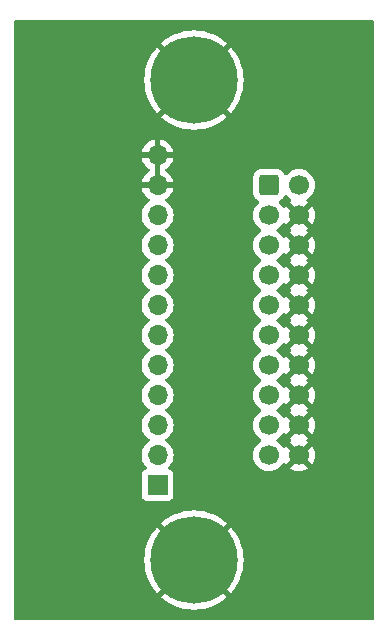
<source format=gbr>
%TF.GenerationSoftware,KiCad,Pcbnew,7.0.8*%
%TF.CreationDate,2023-10-01T20:09:57-07:00*%
%TF.ProjectId,jtag-breakout,6a746167-2d62-4726-9561-6b6f75742e6b,rev?*%
%TF.SameCoordinates,Original*%
%TF.FileFunction,Copper,L1,Top*%
%TF.FilePolarity,Positive*%
%FSLAX46Y46*%
G04 Gerber Fmt 4.6, Leading zero omitted, Abs format (unit mm)*
G04 Created by KiCad (PCBNEW 7.0.8) date 2023-10-01 20:09:57*
%MOMM*%
%LPD*%
G01*
G04 APERTURE LIST*
G04 Aperture macros list*
%AMRoundRect*
0 Rectangle with rounded corners*
0 $1 Rounding radius*
0 $2 $3 $4 $5 $6 $7 $8 $9 X,Y pos of 4 corners*
0 Add a 4 corners polygon primitive as box body*
4,1,4,$2,$3,$4,$5,$6,$7,$8,$9,$2,$3,0*
0 Add four circle primitives for the rounded corners*
1,1,$1+$1,$2,$3*
1,1,$1+$1,$4,$5*
1,1,$1+$1,$6,$7*
1,1,$1+$1,$8,$9*
0 Add four rect primitives between the rounded corners*
20,1,$1+$1,$2,$3,$4,$5,0*
20,1,$1+$1,$4,$5,$6,$7,0*
20,1,$1+$1,$6,$7,$8,$9,0*
20,1,$1+$1,$8,$9,$2,$3,0*%
G04 Aperture macros list end*
%TA.AperFunction,ComponentPad*%
%ADD10C,1.700000*%
%TD*%
%TA.AperFunction,ComponentPad*%
%ADD11RoundRect,0.250000X-0.600000X-0.600000X0.600000X-0.600000X0.600000X0.600000X-0.600000X0.600000X0*%
%TD*%
%TA.AperFunction,ComponentPad*%
%ADD12R,1.700000X1.700000*%
%TD*%
%TA.AperFunction,ComponentPad*%
%ADD13O,1.700000X1.700000*%
%TD*%
%TA.AperFunction,ComponentPad*%
%ADD14C,7.400000*%
%TD*%
%TA.AperFunction,ViaPad*%
%ADD15C,0.800000*%
%TD*%
G04 APERTURE END LIST*
D10*
%TO.P,J1,20,GND*%
%TO.N,GND*%
X133350000Y-96520000D03*
%TO.P,J1,19,DBGACK/NC*%
%TO.N,Net-(J1-DBGACK{slash}NC)*%
X130810000Y-96520000D03*
%TO.P,J1,18,GND*%
%TO.N,GND*%
X133350000Y-93980000D03*
%TO.P,J1,17,DBGRQ/NC*%
%TO.N,Net-(J1-DBGRQ{slash}NC)*%
X130810000Y-93980000D03*
%TO.P,J1,16,GND*%
%TO.N,GND*%
X133350000Y-91440000D03*
%TO.P,J1,15,~{SRST}*%
%TO.N,Net-(J1-~{SRST})*%
X130810000Y-91440000D03*
%TO.P,J1,14,GND*%
%TO.N,GND*%
X133350000Y-88900000D03*
%TO.P,J1,13,TDO/SWO*%
%TO.N,Net-(J1-TDO{slash}SWO)*%
X130810000Y-88900000D03*
%TO.P,J1,12,GND*%
%TO.N,GND*%
X133350000Y-86360000D03*
%TO.P,J1,11,RTCK*%
%TO.N,Net-(J1-RTCK)*%
X130810000Y-86360000D03*
%TO.P,J1,10,GND*%
%TO.N,GND*%
X133350000Y-83820000D03*
%TO.P,J1,9,TCK/SWDCLK*%
%TO.N,Net-(J1-TCK{slash}SWDCLK)*%
X130810000Y-83820000D03*
%TO.P,J1,8,GND*%
%TO.N,GND*%
X133350000Y-81280000D03*
%TO.P,J1,7,TMS/SWDIO*%
%TO.N,Net-(J1-TMS{slash}SWDIO)*%
X130810000Y-81280000D03*
%TO.P,J1,6,GND*%
%TO.N,GND*%
X133350000Y-78740000D03*
%TO.P,J1,5,TDI*%
%TO.N,Net-(J1-TDI)*%
X130810000Y-78740000D03*
%TO.P,J1,4,GND*%
%TO.N,GND*%
X133350000Y-76200000D03*
%TO.P,J1,3,~{TRST}*%
%TO.N,Net-(J1-~{TRST})*%
X130810000Y-76200000D03*
%TO.P,J1,2,VCC/NC*%
%TO.N,+3V3*%
X133350000Y-73660000D03*
D11*
%TO.P,J1,1,VTREF*%
X130810000Y-73660000D03*
%TD*%
D12*
%TO.P,J2,1,Pin_1*%
%TO.N,+3V3*%
X121375000Y-99060000D03*
D13*
%TO.P,J2,2,Pin_2*%
%TO.N,Net-(J1-~{TRST})*%
X121375000Y-96520000D03*
%TO.P,J2,3,Pin_3*%
%TO.N,Net-(J1-TDI)*%
X121375000Y-93980000D03*
%TO.P,J2,4,Pin_4*%
%TO.N,Net-(J1-TMS{slash}SWDIO)*%
X121375000Y-91440000D03*
%TO.P,J2,5,Pin_5*%
%TO.N,Net-(J1-TCK{slash}SWDCLK)*%
X121375000Y-88900000D03*
%TO.P,J2,6,Pin_6*%
%TO.N,Net-(J1-RTCK)*%
X121375000Y-86360000D03*
%TO.P,J2,7,Pin_7*%
%TO.N,Net-(J1-TDO{slash}SWO)*%
X121375000Y-83820000D03*
%TO.P,J2,8,Pin_8*%
%TO.N,Net-(J1-~{SRST})*%
X121375000Y-81280000D03*
%TO.P,J2,9,Pin_9*%
%TO.N,Net-(J1-DBGRQ{slash}NC)*%
X121375000Y-78740000D03*
%TO.P,J2,10,Pin_10*%
%TO.N,Net-(J1-DBGACK{slash}NC)*%
X121375000Y-76200000D03*
%TO.P,J2,11,Pin_11*%
%TO.N,GND*%
X121375000Y-73660000D03*
%TO.P,J2,12,Pin_12*%
X121375000Y-71120000D03*
%TD*%
D14*
%TO.P,H2,1,1*%
%TO.N,GND*%
X124460000Y-105410000D03*
%TD*%
%TO.P,H1,1,1*%
%TO.N,GND*%
X124460000Y-64770000D03*
%TD*%
D15*
%TO.N,GND*%
X132080000Y-71755000D03*
X128270000Y-93980000D03*
X128270000Y-91440000D03*
X128270000Y-88900000D03*
X123825000Y-76200000D03*
X128270000Y-78740000D03*
X128270000Y-81280000D03*
X128270000Y-84455000D03*
%TD*%
%TA.AperFunction,Conductor*%
%TO.N,GND*%
G36*
X121625000Y-73224498D02*
G01*
X121517315Y-73175320D01*
X121410763Y-73160000D01*
X121339237Y-73160000D01*
X121232685Y-73175320D01*
X121125000Y-73224498D01*
X121125000Y-71555501D01*
X121232685Y-71604680D01*
X121339237Y-71620000D01*
X121410763Y-71620000D01*
X121517315Y-71604680D01*
X121625000Y-71555501D01*
X121625000Y-73224498D01*
G37*
%TD.AperFunction*%
%TA.AperFunction,Conductor*%
G36*
X132890507Y-94189844D02*
G01*
X132968239Y-94310798D01*
X133076900Y-94404952D01*
X133207685Y-94464680D01*
X133217466Y-94466086D01*
X132588625Y-95094925D01*
X132665031Y-95148425D01*
X132708655Y-95203002D01*
X132715848Y-95272501D01*
X132684326Y-95334855D01*
X132665029Y-95351576D01*
X132588625Y-95405072D01*
X133217466Y-96033913D01*
X133207685Y-96035320D01*
X133076900Y-96095048D01*
X132968239Y-96189202D01*
X132890507Y-96310156D01*
X132866923Y-96390476D01*
X132235073Y-95758626D01*
X132181881Y-95834594D01*
X132127304Y-95878219D01*
X132057806Y-95885413D01*
X131995451Y-95853891D01*
X131978730Y-95834594D01*
X131848494Y-95648597D01*
X131681402Y-95481506D01*
X131681396Y-95481501D01*
X131495842Y-95351575D01*
X131452217Y-95296998D01*
X131445023Y-95227500D01*
X131476546Y-95165145D01*
X131495842Y-95148425D01*
X131572248Y-95094925D01*
X131681401Y-95018495D01*
X131848495Y-94851401D01*
X131978732Y-94665403D01*
X132033307Y-94621780D01*
X132102805Y-94614586D01*
X132165160Y-94646109D01*
X132181880Y-94665405D01*
X132235073Y-94741373D01*
X132866923Y-94109523D01*
X132890507Y-94189844D01*
G37*
%TD.AperFunction*%
%TA.AperFunction,Conductor*%
G36*
X132890507Y-91649844D02*
G01*
X132968239Y-91770798D01*
X133076900Y-91864952D01*
X133207685Y-91924680D01*
X133217466Y-91926086D01*
X132588625Y-92554925D01*
X132665031Y-92608425D01*
X132708655Y-92663002D01*
X132715848Y-92732501D01*
X132684326Y-92794855D01*
X132665029Y-92811576D01*
X132588625Y-92865072D01*
X133217466Y-93493913D01*
X133207685Y-93495320D01*
X133076900Y-93555048D01*
X132968239Y-93649202D01*
X132890507Y-93770156D01*
X132866923Y-93850476D01*
X132235073Y-93218626D01*
X132181881Y-93294594D01*
X132127304Y-93338219D01*
X132057806Y-93345413D01*
X131995451Y-93313891D01*
X131978730Y-93294594D01*
X131848494Y-93108597D01*
X131681402Y-92941506D01*
X131681396Y-92941501D01*
X131495842Y-92811575D01*
X131452217Y-92756998D01*
X131445023Y-92687500D01*
X131476546Y-92625145D01*
X131495842Y-92608425D01*
X131572248Y-92554925D01*
X131681401Y-92478495D01*
X131848495Y-92311401D01*
X131978732Y-92125403D01*
X132033307Y-92081780D01*
X132102805Y-92074586D01*
X132165160Y-92106109D01*
X132181880Y-92125405D01*
X132235073Y-92201373D01*
X132866923Y-91569523D01*
X132890507Y-91649844D01*
G37*
%TD.AperFunction*%
%TA.AperFunction,Conductor*%
G36*
X132890507Y-89109844D02*
G01*
X132968239Y-89230798D01*
X133076900Y-89324952D01*
X133207685Y-89384680D01*
X133217466Y-89386086D01*
X132588625Y-90014925D01*
X132665031Y-90068425D01*
X132708655Y-90123002D01*
X132715848Y-90192501D01*
X132684326Y-90254855D01*
X132665029Y-90271576D01*
X132588625Y-90325072D01*
X133217466Y-90953913D01*
X133207685Y-90955320D01*
X133076900Y-91015048D01*
X132968239Y-91109202D01*
X132890507Y-91230156D01*
X132866923Y-91310476D01*
X132235073Y-90678626D01*
X132181881Y-90754594D01*
X132127304Y-90798219D01*
X132057806Y-90805413D01*
X131995451Y-90773891D01*
X131978730Y-90754594D01*
X131848494Y-90568597D01*
X131681402Y-90401506D01*
X131681396Y-90401501D01*
X131495842Y-90271575D01*
X131452217Y-90216998D01*
X131445023Y-90147500D01*
X131476546Y-90085145D01*
X131495842Y-90068425D01*
X131572248Y-90014925D01*
X131681401Y-89938495D01*
X131848495Y-89771401D01*
X131978732Y-89585403D01*
X132033307Y-89541780D01*
X132102805Y-89534586D01*
X132165160Y-89566109D01*
X132181880Y-89585405D01*
X132235073Y-89661373D01*
X132866923Y-89029523D01*
X132890507Y-89109844D01*
G37*
%TD.AperFunction*%
%TA.AperFunction,Conductor*%
G36*
X132890507Y-86569844D02*
G01*
X132968239Y-86690798D01*
X133076900Y-86784952D01*
X133207685Y-86844680D01*
X133217466Y-86846086D01*
X132588625Y-87474925D01*
X132665031Y-87528425D01*
X132708655Y-87583002D01*
X132715848Y-87652501D01*
X132684326Y-87714855D01*
X132665029Y-87731576D01*
X132588625Y-87785072D01*
X133217466Y-88413913D01*
X133207685Y-88415320D01*
X133076900Y-88475048D01*
X132968239Y-88569202D01*
X132890507Y-88690156D01*
X132866923Y-88770476D01*
X132235073Y-88138626D01*
X132181881Y-88214594D01*
X132127304Y-88258219D01*
X132057806Y-88265413D01*
X131995451Y-88233891D01*
X131978730Y-88214594D01*
X131848494Y-88028597D01*
X131681402Y-87861506D01*
X131681396Y-87861501D01*
X131495842Y-87731575D01*
X131452217Y-87676998D01*
X131445023Y-87607500D01*
X131476546Y-87545145D01*
X131495842Y-87528425D01*
X131572248Y-87474925D01*
X131681401Y-87398495D01*
X131848495Y-87231401D01*
X131978732Y-87045403D01*
X132033307Y-87001780D01*
X132102805Y-86994586D01*
X132165160Y-87026109D01*
X132181880Y-87045405D01*
X132235073Y-87121373D01*
X132866923Y-86489523D01*
X132890507Y-86569844D01*
G37*
%TD.AperFunction*%
%TA.AperFunction,Conductor*%
G36*
X132890507Y-84029844D02*
G01*
X132968239Y-84150798D01*
X133076900Y-84244952D01*
X133207685Y-84304680D01*
X133217466Y-84306086D01*
X132588625Y-84934925D01*
X132665031Y-84988425D01*
X132708655Y-85043002D01*
X132715848Y-85112501D01*
X132684326Y-85174855D01*
X132665029Y-85191576D01*
X132588625Y-85245072D01*
X133217466Y-85873913D01*
X133207685Y-85875320D01*
X133076900Y-85935048D01*
X132968239Y-86029202D01*
X132890507Y-86150156D01*
X132866923Y-86230476D01*
X132235073Y-85598626D01*
X132181881Y-85674594D01*
X132127304Y-85718219D01*
X132057806Y-85725413D01*
X131995451Y-85693891D01*
X131978730Y-85674594D01*
X131848494Y-85488597D01*
X131681402Y-85321506D01*
X131681396Y-85321501D01*
X131495842Y-85191575D01*
X131452217Y-85136998D01*
X131445023Y-85067500D01*
X131476546Y-85005145D01*
X131495842Y-84988425D01*
X131572248Y-84934925D01*
X131681401Y-84858495D01*
X131848495Y-84691401D01*
X131978732Y-84505403D01*
X132033307Y-84461780D01*
X132102805Y-84454586D01*
X132165160Y-84486109D01*
X132181880Y-84505405D01*
X132235073Y-84581373D01*
X132866923Y-83949523D01*
X132890507Y-84029844D01*
G37*
%TD.AperFunction*%
%TA.AperFunction,Conductor*%
G36*
X132890507Y-81489844D02*
G01*
X132968239Y-81610798D01*
X133076900Y-81704952D01*
X133207685Y-81764680D01*
X133217466Y-81766086D01*
X132588625Y-82394925D01*
X132665031Y-82448425D01*
X132708655Y-82503002D01*
X132715848Y-82572501D01*
X132684326Y-82634855D01*
X132665029Y-82651576D01*
X132588625Y-82705072D01*
X133217466Y-83333913D01*
X133207685Y-83335320D01*
X133076900Y-83395048D01*
X132968239Y-83489202D01*
X132890507Y-83610156D01*
X132866923Y-83690476D01*
X132235073Y-83058626D01*
X132181881Y-83134594D01*
X132127304Y-83178219D01*
X132057806Y-83185413D01*
X131995451Y-83153891D01*
X131978730Y-83134594D01*
X131848494Y-82948597D01*
X131681402Y-82781506D01*
X131681396Y-82781501D01*
X131495842Y-82651575D01*
X131452217Y-82596998D01*
X131445023Y-82527500D01*
X131476546Y-82465145D01*
X131495842Y-82448425D01*
X131572248Y-82394925D01*
X131681401Y-82318495D01*
X131848495Y-82151401D01*
X131978732Y-81965403D01*
X132033307Y-81921780D01*
X132102805Y-81914586D01*
X132165160Y-81946109D01*
X132181880Y-81965405D01*
X132235073Y-82041373D01*
X132866923Y-81409523D01*
X132890507Y-81489844D01*
G37*
%TD.AperFunction*%
%TA.AperFunction,Conductor*%
G36*
X132890507Y-78949844D02*
G01*
X132968239Y-79070798D01*
X133076900Y-79164952D01*
X133207685Y-79224680D01*
X133217466Y-79226086D01*
X132588625Y-79854925D01*
X132665031Y-79908425D01*
X132708655Y-79963002D01*
X132715848Y-80032501D01*
X132684326Y-80094855D01*
X132665029Y-80111576D01*
X132588625Y-80165072D01*
X133217466Y-80793913D01*
X133207685Y-80795320D01*
X133076900Y-80855048D01*
X132968239Y-80949202D01*
X132890507Y-81070156D01*
X132866923Y-81150476D01*
X132235073Y-80518626D01*
X132181881Y-80594594D01*
X132127304Y-80638219D01*
X132057806Y-80645413D01*
X131995451Y-80613891D01*
X131978730Y-80594594D01*
X131848494Y-80408597D01*
X131681402Y-80241506D01*
X131681396Y-80241501D01*
X131495842Y-80111575D01*
X131452217Y-80056998D01*
X131445023Y-79987500D01*
X131476546Y-79925145D01*
X131495842Y-79908425D01*
X131572248Y-79854925D01*
X131681401Y-79778495D01*
X131848495Y-79611401D01*
X131978732Y-79425403D01*
X132033307Y-79381780D01*
X132102805Y-79374586D01*
X132165160Y-79406109D01*
X132181880Y-79425405D01*
X132235073Y-79501373D01*
X132866923Y-78869523D01*
X132890507Y-78949844D01*
G37*
%TD.AperFunction*%
%TA.AperFunction,Conductor*%
G36*
X132890507Y-76409844D02*
G01*
X132968239Y-76530798D01*
X133076900Y-76624952D01*
X133207685Y-76684680D01*
X133217466Y-76686086D01*
X132588625Y-77314925D01*
X132665031Y-77368425D01*
X132708655Y-77423002D01*
X132715848Y-77492501D01*
X132684326Y-77554855D01*
X132665029Y-77571576D01*
X132588625Y-77625072D01*
X133217466Y-78253913D01*
X133207685Y-78255320D01*
X133076900Y-78315048D01*
X132968239Y-78409202D01*
X132890507Y-78530156D01*
X132866923Y-78610476D01*
X132235073Y-77978626D01*
X132181881Y-78054594D01*
X132127304Y-78098219D01*
X132057806Y-78105413D01*
X131995451Y-78073891D01*
X131978730Y-78054594D01*
X131848494Y-77868597D01*
X131681402Y-77701506D01*
X131681396Y-77701501D01*
X131495842Y-77571575D01*
X131452217Y-77516998D01*
X131445023Y-77447500D01*
X131476546Y-77385145D01*
X131495842Y-77368425D01*
X131572248Y-77314925D01*
X131681401Y-77238495D01*
X131848495Y-77071401D01*
X131978732Y-76885403D01*
X132033307Y-76841780D01*
X132102805Y-76834586D01*
X132165160Y-76866109D01*
X132181880Y-76885405D01*
X132235073Y-76961373D01*
X132866923Y-76329523D01*
X132890507Y-76409844D01*
G37*
%TD.AperFunction*%
%TA.AperFunction,Conductor*%
G36*
X132270720Y-74498779D02*
G01*
X132307483Y-74527766D01*
X132307677Y-74527573D01*
X132309313Y-74529209D01*
X132310354Y-74530030D01*
X132311501Y-74531397D01*
X132311505Y-74531401D01*
X132478599Y-74698495D01*
X132663721Y-74828119D01*
X132664594Y-74828730D01*
X132708218Y-74883307D01*
X132715411Y-74952806D01*
X132683889Y-75015160D01*
X132664593Y-75031880D01*
X132588626Y-75085072D01*
X132588625Y-75085072D01*
X133217466Y-75713913D01*
X133207685Y-75715320D01*
X133076900Y-75775048D01*
X132968239Y-75869202D01*
X132890507Y-75990156D01*
X132866923Y-76070476D01*
X132235073Y-75438626D01*
X132181881Y-75514594D01*
X132127304Y-75558219D01*
X132057806Y-75565413D01*
X131995451Y-75533891D01*
X131978730Y-75514594D01*
X131848494Y-75328597D01*
X131681398Y-75161501D01*
X131680030Y-75160354D01*
X131679592Y-75159696D01*
X131677573Y-75157677D01*
X131677978Y-75157271D01*
X131641330Y-75102182D01*
X131640224Y-75032321D01*
X131677063Y-74972952D01*
X131720737Y-74947662D01*
X131729334Y-74944814D01*
X131878656Y-74852712D01*
X132002712Y-74728656D01*
X132094814Y-74579334D01*
X132097662Y-74570738D01*
X132137429Y-74513294D01*
X132201944Y-74486468D01*
X132270720Y-74498779D01*
G37*
%TD.AperFunction*%
%TA.AperFunction,Conductor*%
G36*
X139642539Y-59710185D02*
G01*
X139688294Y-59762989D01*
X139699500Y-59814500D01*
X139699500Y-110365500D01*
X139679815Y-110432539D01*
X139627011Y-110478294D01*
X139575500Y-110489500D01*
X109344500Y-110489500D01*
X109277461Y-110469815D01*
X109231706Y-110417011D01*
X109220500Y-110365500D01*
X109220500Y-105410000D01*
X120254935Y-105410000D01*
X120275185Y-105822176D01*
X120335735Y-106230373D01*
X120436007Y-106630676D01*
X120575019Y-107019189D01*
X120575027Y-107019209D01*
X120751466Y-107392257D01*
X120963614Y-107746206D01*
X121209441Y-108077664D01*
X121318478Y-108197967D01*
X122985790Y-106530655D01*
X123124616Y-106697472D01*
X123326305Y-106878185D01*
X123337777Y-106885774D01*
X121672031Y-108551520D01*
X121792335Y-108660558D01*
X122123793Y-108906385D01*
X122477742Y-109118533D01*
X122850790Y-109294972D01*
X122850810Y-109294980D01*
X123239323Y-109433992D01*
X123639626Y-109534264D01*
X124047823Y-109594814D01*
X124460000Y-109615064D01*
X124872176Y-109594814D01*
X125280373Y-109534264D01*
X125680676Y-109433992D01*
X126069189Y-109294980D01*
X126069209Y-109294972D01*
X126442257Y-109118533D01*
X126796206Y-108906385D01*
X127127670Y-108660554D01*
X127247967Y-108551521D01*
X127247967Y-108551519D01*
X125579410Y-106882963D01*
X125697842Y-106791514D01*
X125885800Y-106596560D01*
X125933474Y-106529922D01*
X127601519Y-108197967D01*
X127601521Y-108197967D01*
X127710554Y-108077670D01*
X127956385Y-107746206D01*
X128168533Y-107392257D01*
X128344972Y-107019209D01*
X128344980Y-107019189D01*
X128483992Y-106630676D01*
X128584264Y-106230373D01*
X128644814Y-105822176D01*
X128665064Y-105410000D01*
X128644814Y-104997823D01*
X128584264Y-104589626D01*
X128483992Y-104189323D01*
X128344980Y-103800810D01*
X128344972Y-103800790D01*
X128168533Y-103427742D01*
X127956385Y-103073793D01*
X127710558Y-102742335D01*
X127601520Y-102622031D01*
X125934208Y-104289343D01*
X125795384Y-104122528D01*
X125593695Y-103941815D01*
X125582221Y-103934223D01*
X127247967Y-102268478D01*
X127127664Y-102159441D01*
X126796206Y-101913614D01*
X126442257Y-101701466D01*
X126069209Y-101525027D01*
X126069189Y-101525019D01*
X125680676Y-101386007D01*
X125280373Y-101285735D01*
X124872176Y-101225185D01*
X124460000Y-101204935D01*
X124047823Y-101225185D01*
X123639626Y-101285735D01*
X123239323Y-101386007D01*
X122850810Y-101525019D01*
X122850790Y-101525027D01*
X122477742Y-101701466D01*
X122123793Y-101913614D01*
X121792329Y-102159445D01*
X121672031Y-102268477D01*
X121672031Y-102268478D01*
X123340589Y-103937036D01*
X123222158Y-104028486D01*
X123034200Y-104223440D01*
X122986524Y-104290077D01*
X121318478Y-102622031D01*
X121318477Y-102622031D01*
X121209445Y-102742329D01*
X120963614Y-103073793D01*
X120751466Y-103427742D01*
X120575027Y-103800790D01*
X120575019Y-103800810D01*
X120436007Y-104189323D01*
X120335735Y-104589626D01*
X120275185Y-104997823D01*
X120254935Y-105410000D01*
X109220500Y-105410000D01*
X109220500Y-96520000D01*
X120019341Y-96520000D01*
X120039936Y-96755403D01*
X120039938Y-96755413D01*
X120101094Y-96983655D01*
X120101096Y-96983659D01*
X120101097Y-96983663D01*
X120180800Y-97154586D01*
X120200965Y-97197830D01*
X120200967Y-97197834D01*
X120259462Y-97281373D01*
X120336501Y-97391396D01*
X120336506Y-97391402D01*
X120458430Y-97513326D01*
X120491915Y-97574649D01*
X120486931Y-97644341D01*
X120445059Y-97700274D01*
X120414083Y-97717189D01*
X120282669Y-97766203D01*
X120282664Y-97766206D01*
X120167455Y-97852452D01*
X120167452Y-97852455D01*
X120081206Y-97967664D01*
X120081202Y-97967671D01*
X120030908Y-98102517D01*
X120024501Y-98162116D01*
X120024501Y-98162123D01*
X120024500Y-98162135D01*
X120024500Y-99957870D01*
X120024501Y-99957876D01*
X120030908Y-100017483D01*
X120081202Y-100152328D01*
X120081206Y-100152335D01*
X120167452Y-100267544D01*
X120167455Y-100267547D01*
X120282664Y-100353793D01*
X120282671Y-100353797D01*
X120417517Y-100404091D01*
X120417516Y-100404091D01*
X120424444Y-100404835D01*
X120477127Y-100410500D01*
X122272872Y-100410499D01*
X122332483Y-100404091D01*
X122467331Y-100353796D01*
X122582546Y-100267546D01*
X122668796Y-100152331D01*
X122719091Y-100017483D01*
X122725500Y-99957873D01*
X122725499Y-98162128D01*
X122719091Y-98102517D01*
X122668796Y-97967669D01*
X122668795Y-97967668D01*
X122668793Y-97967664D01*
X122582547Y-97852455D01*
X122582544Y-97852452D01*
X122467335Y-97766206D01*
X122467328Y-97766202D01*
X122335917Y-97717189D01*
X122279983Y-97675318D01*
X122255566Y-97609853D01*
X122270418Y-97541580D01*
X122291563Y-97513332D01*
X122413495Y-97391401D01*
X122549035Y-97197830D01*
X122648903Y-96983663D01*
X122710063Y-96755408D01*
X122730659Y-96520000D01*
X129454341Y-96520000D01*
X129474936Y-96755403D01*
X129474938Y-96755413D01*
X129536094Y-96983655D01*
X129536096Y-96983659D01*
X129536097Y-96983663D01*
X129615800Y-97154586D01*
X129635965Y-97197830D01*
X129635967Y-97197834D01*
X129694462Y-97281373D01*
X129771505Y-97391401D01*
X129938599Y-97558495D01*
X130011946Y-97609853D01*
X130132165Y-97694032D01*
X130132167Y-97694033D01*
X130132170Y-97694035D01*
X130346337Y-97793903D01*
X130574592Y-97855063D01*
X130762918Y-97871539D01*
X130809999Y-97875659D01*
X130810000Y-97875659D01*
X130810001Y-97875659D01*
X130849234Y-97872226D01*
X131045408Y-97855063D01*
X131273663Y-97793903D01*
X131487830Y-97694035D01*
X131681401Y-97558495D01*
X131848495Y-97391401D01*
X131978732Y-97205403D01*
X132033307Y-97161780D01*
X132102805Y-97154586D01*
X132165160Y-97186109D01*
X132181880Y-97205405D01*
X132235073Y-97281373D01*
X132866923Y-96649523D01*
X132890507Y-96729844D01*
X132968239Y-96850798D01*
X133076900Y-96944952D01*
X133207685Y-97004680D01*
X133217466Y-97006086D01*
X132588625Y-97634925D01*
X132672421Y-97693599D01*
X132886507Y-97793429D01*
X132886516Y-97793433D01*
X133114673Y-97854567D01*
X133114684Y-97854569D01*
X133349998Y-97875157D01*
X133350002Y-97875157D01*
X133585315Y-97854569D01*
X133585326Y-97854567D01*
X133813483Y-97793433D01*
X133813492Y-97793429D01*
X134027578Y-97693600D01*
X134027582Y-97693598D01*
X134111373Y-97634926D01*
X134111373Y-97634925D01*
X133482533Y-97006086D01*
X133492315Y-97004680D01*
X133623100Y-96944952D01*
X133731761Y-96850798D01*
X133809493Y-96729844D01*
X133833076Y-96649524D01*
X134464925Y-97281373D01*
X134464926Y-97281373D01*
X134523598Y-97197582D01*
X134523600Y-97197578D01*
X134623429Y-96983492D01*
X134623433Y-96983483D01*
X134684567Y-96755326D01*
X134684569Y-96755315D01*
X134705157Y-96520001D01*
X134705157Y-96519998D01*
X134684569Y-96284684D01*
X134684567Y-96284673D01*
X134623433Y-96056516D01*
X134623429Y-96056507D01*
X134523600Y-95842423D01*
X134523599Y-95842421D01*
X134464925Y-95758626D01*
X134464925Y-95758625D01*
X133833076Y-96390475D01*
X133809493Y-96310156D01*
X133731761Y-96189202D01*
X133623100Y-96095048D01*
X133492315Y-96035320D01*
X133482533Y-96033913D01*
X134111373Y-95405073D01*
X134034969Y-95351576D01*
X133991344Y-95296999D01*
X133984150Y-95227501D01*
X134015672Y-95165146D01*
X134034968Y-95148425D01*
X134111373Y-95094925D01*
X133482533Y-94466086D01*
X133492315Y-94464680D01*
X133623100Y-94404952D01*
X133731761Y-94310798D01*
X133809493Y-94189844D01*
X133833076Y-94109524D01*
X134464925Y-94741373D01*
X134464926Y-94741373D01*
X134523598Y-94657582D01*
X134523600Y-94657578D01*
X134623429Y-94443492D01*
X134623433Y-94443483D01*
X134684567Y-94215326D01*
X134684569Y-94215315D01*
X134705157Y-93980001D01*
X134705157Y-93979998D01*
X134684569Y-93744684D01*
X134684567Y-93744673D01*
X134623433Y-93516516D01*
X134623429Y-93516507D01*
X134523600Y-93302423D01*
X134523599Y-93302421D01*
X134464925Y-93218626D01*
X134464925Y-93218625D01*
X133833076Y-93850475D01*
X133809493Y-93770156D01*
X133731761Y-93649202D01*
X133623100Y-93555048D01*
X133492315Y-93495320D01*
X133482533Y-93493913D01*
X134111373Y-92865073D01*
X134034969Y-92811576D01*
X133991344Y-92756999D01*
X133984150Y-92687501D01*
X134015672Y-92625146D01*
X134034968Y-92608425D01*
X134111373Y-92554925D01*
X133482533Y-91926086D01*
X133492315Y-91924680D01*
X133623100Y-91864952D01*
X133731761Y-91770798D01*
X133809493Y-91649844D01*
X133833076Y-91569524D01*
X134464925Y-92201373D01*
X134464926Y-92201373D01*
X134523598Y-92117582D01*
X134523600Y-92117578D01*
X134623429Y-91903492D01*
X134623433Y-91903483D01*
X134684567Y-91675326D01*
X134684569Y-91675315D01*
X134705157Y-91440001D01*
X134705157Y-91439998D01*
X134684569Y-91204684D01*
X134684567Y-91204673D01*
X134623433Y-90976516D01*
X134623429Y-90976507D01*
X134523600Y-90762423D01*
X134523599Y-90762421D01*
X134464925Y-90678626D01*
X134464925Y-90678625D01*
X133833076Y-91310475D01*
X133809493Y-91230156D01*
X133731761Y-91109202D01*
X133623100Y-91015048D01*
X133492315Y-90955320D01*
X133482533Y-90953913D01*
X134111373Y-90325073D01*
X134034969Y-90271576D01*
X133991344Y-90216999D01*
X133984150Y-90147501D01*
X134015672Y-90085146D01*
X134034968Y-90068425D01*
X134111373Y-90014925D01*
X133482533Y-89386086D01*
X133492315Y-89384680D01*
X133623100Y-89324952D01*
X133731761Y-89230798D01*
X133809493Y-89109844D01*
X133833076Y-89029524D01*
X134464925Y-89661373D01*
X134464926Y-89661373D01*
X134523598Y-89577582D01*
X134523600Y-89577578D01*
X134623429Y-89363492D01*
X134623433Y-89363483D01*
X134684567Y-89135326D01*
X134684569Y-89135315D01*
X134705157Y-88900001D01*
X134705157Y-88899998D01*
X134684569Y-88664684D01*
X134684567Y-88664673D01*
X134623433Y-88436516D01*
X134623429Y-88436507D01*
X134523600Y-88222423D01*
X134523599Y-88222421D01*
X134464925Y-88138626D01*
X134464925Y-88138625D01*
X133833076Y-88770475D01*
X133809493Y-88690156D01*
X133731761Y-88569202D01*
X133623100Y-88475048D01*
X133492315Y-88415320D01*
X133482533Y-88413913D01*
X134111373Y-87785073D01*
X134034969Y-87731576D01*
X133991344Y-87676999D01*
X133984150Y-87607501D01*
X134015672Y-87545146D01*
X134034968Y-87528425D01*
X134111373Y-87474925D01*
X133482533Y-86846086D01*
X133492315Y-86844680D01*
X133623100Y-86784952D01*
X133731761Y-86690798D01*
X133809493Y-86569844D01*
X133833076Y-86489524D01*
X134464925Y-87121373D01*
X134464926Y-87121373D01*
X134523598Y-87037582D01*
X134523600Y-87037578D01*
X134623429Y-86823492D01*
X134623433Y-86823483D01*
X134684567Y-86595326D01*
X134684569Y-86595315D01*
X134705157Y-86360001D01*
X134705157Y-86359998D01*
X134684569Y-86124684D01*
X134684567Y-86124673D01*
X134623433Y-85896516D01*
X134623429Y-85896507D01*
X134523600Y-85682423D01*
X134523599Y-85682421D01*
X134464925Y-85598626D01*
X134464925Y-85598625D01*
X133833076Y-86230475D01*
X133809493Y-86150156D01*
X133731761Y-86029202D01*
X133623100Y-85935048D01*
X133492315Y-85875320D01*
X133482533Y-85873913D01*
X134111373Y-85245073D01*
X134034969Y-85191576D01*
X133991344Y-85136999D01*
X133984150Y-85067501D01*
X134015672Y-85005146D01*
X134034968Y-84988425D01*
X134111373Y-84934925D01*
X133482533Y-84306086D01*
X133492315Y-84304680D01*
X133623100Y-84244952D01*
X133731761Y-84150798D01*
X133809493Y-84029844D01*
X133833076Y-83949524D01*
X134464925Y-84581373D01*
X134464926Y-84581373D01*
X134523598Y-84497582D01*
X134523600Y-84497578D01*
X134623429Y-84283492D01*
X134623433Y-84283483D01*
X134684567Y-84055326D01*
X134684569Y-84055315D01*
X134705157Y-83820001D01*
X134705157Y-83819998D01*
X134684569Y-83584684D01*
X134684567Y-83584673D01*
X134623433Y-83356516D01*
X134623429Y-83356507D01*
X134523600Y-83142423D01*
X134523599Y-83142421D01*
X134464925Y-83058626D01*
X134464925Y-83058625D01*
X133833076Y-83690475D01*
X133809493Y-83610156D01*
X133731761Y-83489202D01*
X133623100Y-83395048D01*
X133492315Y-83335320D01*
X133482533Y-83333913D01*
X134111373Y-82705073D01*
X134034969Y-82651576D01*
X133991344Y-82596999D01*
X133984150Y-82527501D01*
X134015672Y-82465146D01*
X134034968Y-82448425D01*
X134111373Y-82394925D01*
X133482533Y-81766086D01*
X133492315Y-81764680D01*
X133623100Y-81704952D01*
X133731761Y-81610798D01*
X133809493Y-81489844D01*
X133833076Y-81409524D01*
X134464925Y-82041373D01*
X134464926Y-82041373D01*
X134523598Y-81957582D01*
X134523600Y-81957578D01*
X134623429Y-81743492D01*
X134623433Y-81743483D01*
X134684567Y-81515326D01*
X134684569Y-81515315D01*
X134705157Y-81280001D01*
X134705157Y-81279998D01*
X134684569Y-81044684D01*
X134684567Y-81044673D01*
X134623433Y-80816516D01*
X134623429Y-80816507D01*
X134523600Y-80602423D01*
X134523599Y-80602421D01*
X134464925Y-80518626D01*
X134464925Y-80518625D01*
X133833076Y-81150475D01*
X133809493Y-81070156D01*
X133731761Y-80949202D01*
X133623100Y-80855048D01*
X133492315Y-80795320D01*
X133482533Y-80793913D01*
X134111373Y-80165073D01*
X134034969Y-80111576D01*
X133991344Y-80056999D01*
X133984150Y-79987501D01*
X134015672Y-79925146D01*
X134034968Y-79908425D01*
X134111373Y-79854925D01*
X133482533Y-79226086D01*
X133492315Y-79224680D01*
X133623100Y-79164952D01*
X133731761Y-79070798D01*
X133809493Y-78949844D01*
X133833076Y-78869524D01*
X134464925Y-79501373D01*
X134464926Y-79501373D01*
X134523598Y-79417582D01*
X134523600Y-79417578D01*
X134623429Y-79203492D01*
X134623433Y-79203483D01*
X134684567Y-78975326D01*
X134684569Y-78975315D01*
X134705157Y-78740001D01*
X134705157Y-78739998D01*
X134684569Y-78504684D01*
X134684567Y-78504673D01*
X134623433Y-78276516D01*
X134623429Y-78276507D01*
X134523600Y-78062423D01*
X134523599Y-78062421D01*
X134464925Y-77978626D01*
X134464925Y-77978625D01*
X133833076Y-78610475D01*
X133809493Y-78530156D01*
X133731761Y-78409202D01*
X133623100Y-78315048D01*
X133492315Y-78255320D01*
X133482533Y-78253913D01*
X134111373Y-77625073D01*
X134034969Y-77571576D01*
X133991344Y-77516999D01*
X133984150Y-77447501D01*
X134015672Y-77385146D01*
X134034968Y-77368425D01*
X134111373Y-77314925D01*
X133482533Y-76686086D01*
X133492315Y-76684680D01*
X133623100Y-76624952D01*
X133731761Y-76530798D01*
X133809493Y-76409844D01*
X133833076Y-76329524D01*
X134464925Y-76961373D01*
X134464926Y-76961373D01*
X134523598Y-76877582D01*
X134523600Y-76877578D01*
X134623429Y-76663492D01*
X134623433Y-76663483D01*
X134684567Y-76435326D01*
X134684569Y-76435315D01*
X134705157Y-76200001D01*
X134705157Y-76199998D01*
X134684569Y-75964684D01*
X134684567Y-75964673D01*
X134623433Y-75736516D01*
X134623429Y-75736507D01*
X134523600Y-75522423D01*
X134523599Y-75522421D01*
X134464925Y-75438626D01*
X134464925Y-75438625D01*
X133833076Y-76070475D01*
X133809493Y-75990156D01*
X133731761Y-75869202D01*
X133623100Y-75775048D01*
X133492315Y-75715320D01*
X133482533Y-75713913D01*
X134111373Y-75085073D01*
X134111373Y-75085072D01*
X134035405Y-75031880D01*
X133991780Y-74977304D01*
X133984586Y-74907805D01*
X134016108Y-74845451D01*
X134035399Y-74828734D01*
X134221401Y-74698495D01*
X134388495Y-74531401D01*
X134524035Y-74337830D01*
X134623903Y-74123663D01*
X134685063Y-73895408D01*
X134705659Y-73660000D01*
X134685063Y-73424592D01*
X134623903Y-73196337D01*
X134524035Y-72982171D01*
X134391527Y-72792928D01*
X134388494Y-72788597D01*
X134221402Y-72621506D01*
X134221395Y-72621501D01*
X134027834Y-72485967D01*
X134027830Y-72485965D01*
X133870286Y-72412501D01*
X133813663Y-72386097D01*
X133813659Y-72386096D01*
X133813655Y-72386094D01*
X133585413Y-72324938D01*
X133585403Y-72324936D01*
X133350001Y-72304341D01*
X133349999Y-72304341D01*
X133114596Y-72324936D01*
X133114586Y-72324938D01*
X132886344Y-72386094D01*
X132886335Y-72386098D01*
X132672171Y-72485964D01*
X132672169Y-72485965D01*
X132478597Y-72621505D01*
X132311503Y-72788599D01*
X132310349Y-72789975D01*
X132309688Y-72790414D01*
X132307676Y-72792427D01*
X132307271Y-72792022D01*
X132252173Y-72828671D01*
X132182312Y-72829772D01*
X132122946Y-72792928D01*
X132097663Y-72749265D01*
X132094814Y-72740666D01*
X132002712Y-72591344D01*
X131878656Y-72467288D01*
X131785888Y-72410069D01*
X131729336Y-72375187D01*
X131729331Y-72375185D01*
X131706136Y-72367499D01*
X131562797Y-72320001D01*
X131562795Y-72320000D01*
X131460010Y-72309500D01*
X130159998Y-72309500D01*
X130159981Y-72309501D01*
X130057203Y-72320000D01*
X130057200Y-72320001D01*
X129890668Y-72375185D01*
X129890663Y-72375187D01*
X129741342Y-72467289D01*
X129617289Y-72591342D01*
X129525187Y-72740663D01*
X129525185Y-72740668D01*
X129508701Y-72790414D01*
X129470001Y-72907203D01*
X129470001Y-72907204D01*
X129470000Y-72907204D01*
X129459500Y-73009983D01*
X129459500Y-74310001D01*
X129459501Y-74310018D01*
X129470000Y-74412796D01*
X129470001Y-74412799D01*
X129509303Y-74531402D01*
X129525186Y-74579334D01*
X129617288Y-74728656D01*
X129741344Y-74852712D01*
X129890666Y-74944814D01*
X129899264Y-74947663D01*
X129956707Y-74987433D01*
X129983531Y-75051948D01*
X129971217Y-75120724D01*
X129942234Y-75157483D01*
X129942427Y-75157676D01*
X129940798Y-75159304D01*
X129939975Y-75160349D01*
X129938599Y-75161503D01*
X129771505Y-75328597D01*
X129635965Y-75522169D01*
X129635964Y-75522171D01*
X129536098Y-75736335D01*
X129536094Y-75736344D01*
X129474938Y-75964586D01*
X129474936Y-75964596D01*
X129454341Y-76199999D01*
X129454341Y-76200000D01*
X129474936Y-76435403D01*
X129474938Y-76435413D01*
X129536094Y-76663655D01*
X129536096Y-76663659D01*
X129536097Y-76663663D01*
X129615800Y-76834586D01*
X129635965Y-76877830D01*
X129635967Y-76877834D01*
X129694462Y-76961373D01*
X129771501Y-77071396D01*
X129771506Y-77071402D01*
X129938597Y-77238493D01*
X129938603Y-77238498D01*
X130124158Y-77368425D01*
X130167783Y-77423002D01*
X130174977Y-77492500D01*
X130143454Y-77554855D01*
X130124158Y-77571575D01*
X129938597Y-77701505D01*
X129771505Y-77868597D01*
X129635965Y-78062169D01*
X129635964Y-78062171D01*
X129536098Y-78276335D01*
X129536094Y-78276344D01*
X129474938Y-78504586D01*
X129474936Y-78504596D01*
X129454341Y-78739999D01*
X129454341Y-78740000D01*
X129474936Y-78975403D01*
X129474938Y-78975413D01*
X129536094Y-79203655D01*
X129536096Y-79203659D01*
X129536097Y-79203663D01*
X129615800Y-79374586D01*
X129635965Y-79417830D01*
X129635967Y-79417834D01*
X129694462Y-79501373D01*
X129771501Y-79611396D01*
X129771506Y-79611402D01*
X129938597Y-79778493D01*
X129938603Y-79778498D01*
X130124158Y-79908425D01*
X130167783Y-79963002D01*
X130174977Y-80032500D01*
X130143454Y-80094855D01*
X130124158Y-80111575D01*
X129938597Y-80241505D01*
X129771505Y-80408597D01*
X129635965Y-80602169D01*
X129635964Y-80602171D01*
X129536098Y-80816335D01*
X129536094Y-80816344D01*
X129474938Y-81044586D01*
X129474936Y-81044596D01*
X129454341Y-81279999D01*
X129454341Y-81280000D01*
X129474936Y-81515403D01*
X129474938Y-81515413D01*
X129536094Y-81743655D01*
X129536096Y-81743659D01*
X129536097Y-81743663D01*
X129615800Y-81914586D01*
X129635965Y-81957830D01*
X129635967Y-81957834D01*
X129694462Y-82041373D01*
X129771501Y-82151396D01*
X129771506Y-82151402D01*
X129938597Y-82318493D01*
X129938603Y-82318498D01*
X130124158Y-82448425D01*
X130167783Y-82503002D01*
X130174977Y-82572500D01*
X130143454Y-82634855D01*
X130124158Y-82651575D01*
X129938597Y-82781505D01*
X129771505Y-82948597D01*
X129635965Y-83142169D01*
X129635964Y-83142171D01*
X129536098Y-83356335D01*
X129536094Y-83356344D01*
X129474938Y-83584586D01*
X129474936Y-83584596D01*
X129454341Y-83819999D01*
X129454341Y-83820000D01*
X129474936Y-84055403D01*
X129474938Y-84055413D01*
X129536094Y-84283655D01*
X129536096Y-84283659D01*
X129536097Y-84283663D01*
X129615800Y-84454586D01*
X129635965Y-84497830D01*
X129635967Y-84497834D01*
X129694462Y-84581373D01*
X129771501Y-84691396D01*
X129771506Y-84691402D01*
X129938597Y-84858493D01*
X129938603Y-84858498D01*
X130124158Y-84988425D01*
X130167783Y-85043002D01*
X130174977Y-85112500D01*
X130143454Y-85174855D01*
X130124158Y-85191575D01*
X129938597Y-85321505D01*
X129771505Y-85488597D01*
X129635965Y-85682169D01*
X129635964Y-85682171D01*
X129536098Y-85896335D01*
X129536094Y-85896344D01*
X129474938Y-86124586D01*
X129474936Y-86124596D01*
X129454341Y-86359999D01*
X129454341Y-86360000D01*
X129474936Y-86595403D01*
X129474938Y-86595413D01*
X129536094Y-86823655D01*
X129536096Y-86823659D01*
X129536097Y-86823663D01*
X129615800Y-86994586D01*
X129635965Y-87037830D01*
X129635967Y-87037834D01*
X129694462Y-87121373D01*
X129771501Y-87231396D01*
X129771506Y-87231402D01*
X129938597Y-87398493D01*
X129938603Y-87398498D01*
X130124158Y-87528425D01*
X130167783Y-87583002D01*
X130174977Y-87652500D01*
X130143454Y-87714855D01*
X130124158Y-87731575D01*
X129938597Y-87861505D01*
X129771505Y-88028597D01*
X129635965Y-88222169D01*
X129635964Y-88222171D01*
X129536098Y-88436335D01*
X129536094Y-88436344D01*
X129474938Y-88664586D01*
X129474936Y-88664596D01*
X129454341Y-88899999D01*
X129454341Y-88900000D01*
X129474936Y-89135403D01*
X129474938Y-89135413D01*
X129536094Y-89363655D01*
X129536096Y-89363659D01*
X129536097Y-89363663D01*
X129615800Y-89534586D01*
X129635965Y-89577830D01*
X129635967Y-89577834D01*
X129694462Y-89661373D01*
X129771501Y-89771396D01*
X129771506Y-89771402D01*
X129938597Y-89938493D01*
X129938603Y-89938498D01*
X130124158Y-90068425D01*
X130167783Y-90123002D01*
X130174977Y-90192500D01*
X130143454Y-90254855D01*
X130124158Y-90271575D01*
X129938597Y-90401505D01*
X129771505Y-90568597D01*
X129635965Y-90762169D01*
X129635964Y-90762171D01*
X129536098Y-90976335D01*
X129536094Y-90976344D01*
X129474938Y-91204586D01*
X129474936Y-91204596D01*
X129454341Y-91439999D01*
X129454341Y-91440000D01*
X129474936Y-91675403D01*
X129474938Y-91675413D01*
X129536094Y-91903655D01*
X129536096Y-91903659D01*
X129536097Y-91903663D01*
X129615800Y-92074586D01*
X129635965Y-92117830D01*
X129635967Y-92117834D01*
X129694462Y-92201373D01*
X129771501Y-92311396D01*
X129771506Y-92311402D01*
X129938597Y-92478493D01*
X129938603Y-92478498D01*
X130124158Y-92608425D01*
X130167783Y-92663002D01*
X130174977Y-92732500D01*
X130143454Y-92794855D01*
X130124158Y-92811575D01*
X129938597Y-92941505D01*
X129771505Y-93108597D01*
X129635965Y-93302169D01*
X129635964Y-93302171D01*
X129536098Y-93516335D01*
X129536094Y-93516344D01*
X129474938Y-93744586D01*
X129474936Y-93744596D01*
X129454341Y-93979999D01*
X129454341Y-93980000D01*
X129474936Y-94215403D01*
X129474938Y-94215413D01*
X129536094Y-94443655D01*
X129536096Y-94443659D01*
X129536097Y-94443663D01*
X129615800Y-94614586D01*
X129635965Y-94657830D01*
X129635967Y-94657834D01*
X129694462Y-94741373D01*
X129771501Y-94851396D01*
X129771506Y-94851402D01*
X129938597Y-95018493D01*
X129938603Y-95018498D01*
X130124158Y-95148425D01*
X130167783Y-95203002D01*
X130174977Y-95272500D01*
X130143454Y-95334855D01*
X130124158Y-95351575D01*
X129938597Y-95481505D01*
X129771505Y-95648597D01*
X129635965Y-95842169D01*
X129635964Y-95842171D01*
X129536098Y-96056335D01*
X129536094Y-96056344D01*
X129474938Y-96284586D01*
X129474936Y-96284596D01*
X129454341Y-96519999D01*
X129454341Y-96520000D01*
X122730659Y-96520000D01*
X122710063Y-96284592D01*
X122648903Y-96056337D01*
X122549035Y-95842171D01*
X122490537Y-95758626D01*
X122413494Y-95648597D01*
X122246402Y-95481506D01*
X122246396Y-95481501D01*
X122060842Y-95351575D01*
X122017217Y-95296998D01*
X122010023Y-95227500D01*
X122041546Y-95165145D01*
X122060842Y-95148425D01*
X122137248Y-95094925D01*
X122246401Y-95018495D01*
X122413495Y-94851401D01*
X122549035Y-94657830D01*
X122648903Y-94443663D01*
X122710063Y-94215408D01*
X122730659Y-93980000D01*
X122710063Y-93744592D01*
X122648903Y-93516337D01*
X122549035Y-93302171D01*
X122490537Y-93218626D01*
X122413494Y-93108597D01*
X122246402Y-92941506D01*
X122246396Y-92941501D01*
X122060842Y-92811575D01*
X122017217Y-92756998D01*
X122010023Y-92687500D01*
X122041546Y-92625145D01*
X122060842Y-92608425D01*
X122137248Y-92554925D01*
X122246401Y-92478495D01*
X122413495Y-92311401D01*
X122549035Y-92117830D01*
X122648903Y-91903663D01*
X122710063Y-91675408D01*
X122730659Y-91440000D01*
X122710063Y-91204592D01*
X122648903Y-90976337D01*
X122549035Y-90762171D01*
X122490537Y-90678626D01*
X122413494Y-90568597D01*
X122246402Y-90401506D01*
X122246396Y-90401501D01*
X122060842Y-90271575D01*
X122017217Y-90216998D01*
X122010023Y-90147500D01*
X122041546Y-90085145D01*
X122060842Y-90068425D01*
X122137248Y-90014925D01*
X122246401Y-89938495D01*
X122413495Y-89771401D01*
X122549035Y-89577830D01*
X122648903Y-89363663D01*
X122710063Y-89135408D01*
X122730659Y-88900000D01*
X122710063Y-88664592D01*
X122648903Y-88436337D01*
X122549035Y-88222171D01*
X122490537Y-88138626D01*
X122413494Y-88028597D01*
X122246402Y-87861506D01*
X122246396Y-87861501D01*
X122060842Y-87731575D01*
X122017217Y-87676998D01*
X122010023Y-87607500D01*
X122041546Y-87545145D01*
X122060842Y-87528425D01*
X122137248Y-87474925D01*
X122246401Y-87398495D01*
X122413495Y-87231401D01*
X122549035Y-87037830D01*
X122648903Y-86823663D01*
X122710063Y-86595408D01*
X122730659Y-86360000D01*
X122710063Y-86124592D01*
X122648903Y-85896337D01*
X122549035Y-85682171D01*
X122490537Y-85598626D01*
X122413494Y-85488597D01*
X122246402Y-85321506D01*
X122246396Y-85321501D01*
X122060842Y-85191575D01*
X122017217Y-85136998D01*
X122010023Y-85067500D01*
X122041546Y-85005145D01*
X122060842Y-84988425D01*
X122137248Y-84934925D01*
X122246401Y-84858495D01*
X122413495Y-84691401D01*
X122549035Y-84497830D01*
X122648903Y-84283663D01*
X122710063Y-84055408D01*
X122730659Y-83820000D01*
X122710063Y-83584592D01*
X122648903Y-83356337D01*
X122549035Y-83142171D01*
X122490537Y-83058626D01*
X122413494Y-82948597D01*
X122246402Y-82781506D01*
X122246396Y-82781501D01*
X122060842Y-82651575D01*
X122017217Y-82596998D01*
X122010023Y-82527500D01*
X122041546Y-82465145D01*
X122060842Y-82448425D01*
X122137248Y-82394925D01*
X122246401Y-82318495D01*
X122413495Y-82151401D01*
X122549035Y-81957830D01*
X122648903Y-81743663D01*
X122710063Y-81515408D01*
X122730659Y-81280000D01*
X122710063Y-81044592D01*
X122648903Y-80816337D01*
X122549035Y-80602171D01*
X122490537Y-80518626D01*
X122413494Y-80408597D01*
X122246402Y-80241506D01*
X122246396Y-80241501D01*
X122060842Y-80111575D01*
X122017217Y-80056998D01*
X122010023Y-79987500D01*
X122041546Y-79925145D01*
X122060842Y-79908425D01*
X122137248Y-79854925D01*
X122246401Y-79778495D01*
X122413495Y-79611401D01*
X122549035Y-79417830D01*
X122648903Y-79203663D01*
X122710063Y-78975408D01*
X122730659Y-78740000D01*
X122710063Y-78504592D01*
X122648903Y-78276337D01*
X122549035Y-78062171D01*
X122490537Y-77978626D01*
X122413494Y-77868597D01*
X122246402Y-77701506D01*
X122246396Y-77701501D01*
X122060842Y-77571575D01*
X122017217Y-77516998D01*
X122010023Y-77447500D01*
X122041546Y-77385145D01*
X122060842Y-77368425D01*
X122137248Y-77314925D01*
X122246401Y-77238495D01*
X122413495Y-77071401D01*
X122549035Y-76877830D01*
X122648903Y-76663663D01*
X122710063Y-76435408D01*
X122730659Y-76200000D01*
X122710063Y-75964592D01*
X122648903Y-75736337D01*
X122549035Y-75522171D01*
X122490537Y-75438626D01*
X122413494Y-75328597D01*
X122246402Y-75161506D01*
X122246401Y-75161505D01*
X122061907Y-75032321D01*
X122060405Y-75031269D01*
X122016781Y-74976692D01*
X122009588Y-74907193D01*
X122041110Y-74844839D01*
X122060405Y-74828119D01*
X122246082Y-74698105D01*
X122413105Y-74531082D01*
X122548600Y-74337578D01*
X122648429Y-74123492D01*
X122648432Y-74123486D01*
X122705636Y-73910000D01*
X121808686Y-73910000D01*
X121834493Y-73869844D01*
X121875000Y-73731889D01*
X121875000Y-73588111D01*
X121834493Y-73450156D01*
X121808686Y-73410000D01*
X122705636Y-73410000D01*
X122705635Y-73409999D01*
X122648432Y-73196513D01*
X122648429Y-73196507D01*
X122548600Y-72982422D01*
X122548599Y-72982420D01*
X122413113Y-72788926D01*
X122413108Y-72788920D01*
X122246082Y-72621894D01*
X122059968Y-72491575D01*
X122016344Y-72436998D01*
X122009151Y-72367499D01*
X122040673Y-72305145D01*
X122059968Y-72288425D01*
X122246082Y-72158105D01*
X122413105Y-71991082D01*
X122548600Y-71797578D01*
X122648429Y-71583492D01*
X122648432Y-71583486D01*
X122705636Y-71370000D01*
X121808686Y-71370000D01*
X121834493Y-71329844D01*
X121875000Y-71191889D01*
X121875000Y-71048111D01*
X121834493Y-70910156D01*
X121808686Y-70870000D01*
X122705636Y-70870000D01*
X122705635Y-70869999D01*
X122648432Y-70656513D01*
X122648429Y-70656507D01*
X122548600Y-70442422D01*
X122548599Y-70442420D01*
X122413113Y-70248926D01*
X122413108Y-70248920D01*
X122246082Y-70081894D01*
X122052578Y-69946399D01*
X121838492Y-69846570D01*
X121838486Y-69846567D01*
X121625000Y-69789364D01*
X121625000Y-70684498D01*
X121517315Y-70635320D01*
X121410763Y-70620000D01*
X121339237Y-70620000D01*
X121232685Y-70635320D01*
X121125000Y-70684498D01*
X121125000Y-69789364D01*
X121124999Y-69789364D01*
X120911513Y-69846567D01*
X120911507Y-69846570D01*
X120697422Y-69946399D01*
X120697420Y-69946400D01*
X120503926Y-70081886D01*
X120503920Y-70081891D01*
X120336891Y-70248920D01*
X120336886Y-70248926D01*
X120201400Y-70442420D01*
X120201399Y-70442422D01*
X120101570Y-70656507D01*
X120101567Y-70656513D01*
X120044364Y-70869999D01*
X120044364Y-70870000D01*
X120941314Y-70870000D01*
X120915507Y-70910156D01*
X120875000Y-71048111D01*
X120875000Y-71191889D01*
X120915507Y-71329844D01*
X120941314Y-71370000D01*
X120044364Y-71370000D01*
X120101567Y-71583486D01*
X120101570Y-71583492D01*
X120201399Y-71797578D01*
X120336894Y-71991082D01*
X120503917Y-72158105D01*
X120690031Y-72288425D01*
X120733656Y-72343003D01*
X120740848Y-72412501D01*
X120709326Y-72474856D01*
X120690031Y-72491575D01*
X120503922Y-72621890D01*
X120503920Y-72621891D01*
X120336891Y-72788920D01*
X120336886Y-72788926D01*
X120201400Y-72982420D01*
X120201399Y-72982422D01*
X120101570Y-73196507D01*
X120101567Y-73196513D01*
X120044364Y-73409999D01*
X120044364Y-73410000D01*
X120941314Y-73410000D01*
X120915507Y-73450156D01*
X120875000Y-73588111D01*
X120875000Y-73731889D01*
X120915507Y-73869844D01*
X120941314Y-73910000D01*
X120044364Y-73910000D01*
X120101567Y-74123486D01*
X120101570Y-74123492D01*
X120201399Y-74337578D01*
X120336894Y-74531082D01*
X120503917Y-74698105D01*
X120689595Y-74828119D01*
X120733219Y-74882696D01*
X120740412Y-74952195D01*
X120708890Y-75014549D01*
X120689595Y-75031269D01*
X120503594Y-75161508D01*
X120336505Y-75328597D01*
X120200965Y-75522169D01*
X120200964Y-75522171D01*
X120101098Y-75736335D01*
X120101094Y-75736344D01*
X120039938Y-75964586D01*
X120039936Y-75964596D01*
X120019341Y-76199999D01*
X120019341Y-76200000D01*
X120039936Y-76435403D01*
X120039938Y-76435413D01*
X120101094Y-76663655D01*
X120101096Y-76663659D01*
X120101097Y-76663663D01*
X120180800Y-76834586D01*
X120200965Y-76877830D01*
X120200967Y-76877834D01*
X120259462Y-76961373D01*
X120336501Y-77071396D01*
X120336506Y-77071402D01*
X120503597Y-77238493D01*
X120503603Y-77238498D01*
X120689158Y-77368425D01*
X120732783Y-77423002D01*
X120739977Y-77492500D01*
X120708454Y-77554855D01*
X120689158Y-77571575D01*
X120503597Y-77701505D01*
X120336505Y-77868597D01*
X120200965Y-78062169D01*
X120200964Y-78062171D01*
X120101098Y-78276335D01*
X120101094Y-78276344D01*
X120039938Y-78504586D01*
X120039936Y-78504596D01*
X120019341Y-78739999D01*
X120019341Y-78740000D01*
X120039936Y-78975403D01*
X120039938Y-78975413D01*
X120101094Y-79203655D01*
X120101096Y-79203659D01*
X120101097Y-79203663D01*
X120180800Y-79374586D01*
X120200965Y-79417830D01*
X120200967Y-79417834D01*
X120259462Y-79501373D01*
X120336501Y-79611396D01*
X120336506Y-79611402D01*
X120503597Y-79778493D01*
X120503603Y-79778498D01*
X120689158Y-79908425D01*
X120732783Y-79963002D01*
X120739977Y-80032500D01*
X120708454Y-80094855D01*
X120689158Y-80111575D01*
X120503597Y-80241505D01*
X120336505Y-80408597D01*
X120200965Y-80602169D01*
X120200964Y-80602171D01*
X120101098Y-80816335D01*
X120101094Y-80816344D01*
X120039938Y-81044586D01*
X120039936Y-81044596D01*
X120019341Y-81279999D01*
X120019341Y-81280000D01*
X120039936Y-81515403D01*
X120039938Y-81515413D01*
X120101094Y-81743655D01*
X120101096Y-81743659D01*
X120101097Y-81743663D01*
X120180800Y-81914586D01*
X120200965Y-81957830D01*
X120200967Y-81957834D01*
X120259462Y-82041373D01*
X120336501Y-82151396D01*
X120336506Y-82151402D01*
X120503597Y-82318493D01*
X120503603Y-82318498D01*
X120689158Y-82448425D01*
X120732783Y-82503002D01*
X120739977Y-82572500D01*
X120708454Y-82634855D01*
X120689158Y-82651575D01*
X120503597Y-82781505D01*
X120336505Y-82948597D01*
X120200965Y-83142169D01*
X120200964Y-83142171D01*
X120101098Y-83356335D01*
X120101094Y-83356344D01*
X120039938Y-83584586D01*
X120039936Y-83584596D01*
X120019341Y-83819999D01*
X120019341Y-83820000D01*
X120039936Y-84055403D01*
X120039938Y-84055413D01*
X120101094Y-84283655D01*
X120101096Y-84283659D01*
X120101097Y-84283663D01*
X120180800Y-84454586D01*
X120200965Y-84497830D01*
X120200967Y-84497834D01*
X120259462Y-84581373D01*
X120336501Y-84691396D01*
X120336506Y-84691402D01*
X120503597Y-84858493D01*
X120503603Y-84858498D01*
X120689158Y-84988425D01*
X120732783Y-85043002D01*
X120739977Y-85112500D01*
X120708454Y-85174855D01*
X120689158Y-85191575D01*
X120503597Y-85321505D01*
X120336505Y-85488597D01*
X120200965Y-85682169D01*
X120200964Y-85682171D01*
X120101098Y-85896335D01*
X120101094Y-85896344D01*
X120039938Y-86124586D01*
X120039936Y-86124596D01*
X120019341Y-86359999D01*
X120019341Y-86360000D01*
X120039936Y-86595403D01*
X120039938Y-86595413D01*
X120101094Y-86823655D01*
X120101096Y-86823659D01*
X120101097Y-86823663D01*
X120180800Y-86994586D01*
X120200965Y-87037830D01*
X120200967Y-87037834D01*
X120259462Y-87121373D01*
X120336501Y-87231396D01*
X120336506Y-87231402D01*
X120503597Y-87398493D01*
X120503603Y-87398498D01*
X120689158Y-87528425D01*
X120732783Y-87583002D01*
X120739977Y-87652500D01*
X120708454Y-87714855D01*
X120689158Y-87731575D01*
X120503597Y-87861505D01*
X120336505Y-88028597D01*
X120200965Y-88222169D01*
X120200964Y-88222171D01*
X120101098Y-88436335D01*
X120101094Y-88436344D01*
X120039938Y-88664586D01*
X120039936Y-88664596D01*
X120019341Y-88899999D01*
X120019341Y-88900000D01*
X120039936Y-89135403D01*
X120039938Y-89135413D01*
X120101094Y-89363655D01*
X120101096Y-89363659D01*
X120101097Y-89363663D01*
X120180800Y-89534586D01*
X120200965Y-89577830D01*
X120200967Y-89577834D01*
X120259462Y-89661373D01*
X120336501Y-89771396D01*
X120336506Y-89771402D01*
X120503597Y-89938493D01*
X120503603Y-89938498D01*
X120689158Y-90068425D01*
X120732783Y-90123002D01*
X120739977Y-90192500D01*
X120708454Y-90254855D01*
X120689158Y-90271575D01*
X120503597Y-90401505D01*
X120336505Y-90568597D01*
X120200965Y-90762169D01*
X120200964Y-90762171D01*
X120101098Y-90976335D01*
X120101094Y-90976344D01*
X120039938Y-91204586D01*
X120039936Y-91204596D01*
X120019341Y-91439999D01*
X120019341Y-91440000D01*
X120039936Y-91675403D01*
X120039938Y-91675413D01*
X120101094Y-91903655D01*
X120101096Y-91903659D01*
X120101097Y-91903663D01*
X120180800Y-92074586D01*
X120200965Y-92117830D01*
X120200967Y-92117834D01*
X120259462Y-92201373D01*
X120336501Y-92311396D01*
X120336506Y-92311402D01*
X120503597Y-92478493D01*
X120503603Y-92478498D01*
X120689158Y-92608425D01*
X120732783Y-92663002D01*
X120739977Y-92732500D01*
X120708454Y-92794855D01*
X120689158Y-92811575D01*
X120503597Y-92941505D01*
X120336505Y-93108597D01*
X120200965Y-93302169D01*
X120200964Y-93302171D01*
X120101098Y-93516335D01*
X120101094Y-93516344D01*
X120039938Y-93744586D01*
X120039936Y-93744596D01*
X120019341Y-93979999D01*
X120019341Y-93980000D01*
X120039936Y-94215403D01*
X120039938Y-94215413D01*
X120101094Y-94443655D01*
X120101096Y-94443659D01*
X120101097Y-94443663D01*
X120180800Y-94614586D01*
X120200965Y-94657830D01*
X120200967Y-94657834D01*
X120259462Y-94741373D01*
X120336501Y-94851396D01*
X120336506Y-94851402D01*
X120503597Y-95018493D01*
X120503603Y-95018498D01*
X120689158Y-95148425D01*
X120732783Y-95203002D01*
X120739977Y-95272500D01*
X120708454Y-95334855D01*
X120689158Y-95351575D01*
X120503597Y-95481505D01*
X120336505Y-95648597D01*
X120200965Y-95842169D01*
X120200964Y-95842171D01*
X120101098Y-96056335D01*
X120101094Y-96056344D01*
X120039938Y-96284586D01*
X120039936Y-96284596D01*
X120019341Y-96519999D01*
X120019341Y-96520000D01*
X109220500Y-96520000D01*
X109220500Y-64770000D01*
X120254935Y-64770000D01*
X120275185Y-65182176D01*
X120335735Y-65590373D01*
X120436007Y-65990676D01*
X120575019Y-66379189D01*
X120575027Y-66379209D01*
X120751466Y-66752257D01*
X120963614Y-67106206D01*
X121209441Y-67437664D01*
X121318478Y-67557967D01*
X122985790Y-65890655D01*
X123124616Y-66057472D01*
X123326305Y-66238185D01*
X123337777Y-66245774D01*
X121672031Y-67911520D01*
X121792335Y-68020558D01*
X122123793Y-68266385D01*
X122477742Y-68478533D01*
X122850790Y-68654972D01*
X122850810Y-68654980D01*
X123239323Y-68793992D01*
X123639626Y-68894264D01*
X124047823Y-68954814D01*
X124460000Y-68975064D01*
X124872176Y-68954814D01*
X125280373Y-68894264D01*
X125680676Y-68793992D01*
X126069189Y-68654980D01*
X126069209Y-68654972D01*
X126442257Y-68478533D01*
X126796206Y-68266385D01*
X127127670Y-68020554D01*
X127247967Y-67911521D01*
X127247967Y-67911519D01*
X125579410Y-66242963D01*
X125697842Y-66151514D01*
X125885800Y-65956560D01*
X125933474Y-65889922D01*
X127601519Y-67557967D01*
X127601521Y-67557967D01*
X127710554Y-67437670D01*
X127956385Y-67106206D01*
X128168533Y-66752257D01*
X128344972Y-66379209D01*
X128344980Y-66379189D01*
X128483992Y-65990676D01*
X128584264Y-65590373D01*
X128644814Y-65182176D01*
X128665064Y-64770000D01*
X128644814Y-64357823D01*
X128584264Y-63949626D01*
X128483992Y-63549323D01*
X128344980Y-63160810D01*
X128344972Y-63160790D01*
X128168533Y-62787742D01*
X127956385Y-62433793D01*
X127710558Y-62102335D01*
X127601520Y-61982031D01*
X125934208Y-63649343D01*
X125795384Y-63482528D01*
X125593695Y-63301815D01*
X125582221Y-63294223D01*
X127247967Y-61628478D01*
X127127664Y-61519441D01*
X126796206Y-61273614D01*
X126442257Y-61061466D01*
X126069209Y-60885027D01*
X126069189Y-60885019D01*
X125680676Y-60746007D01*
X125280373Y-60645735D01*
X124872176Y-60585185D01*
X124460000Y-60564935D01*
X124047823Y-60585185D01*
X123639626Y-60645735D01*
X123239323Y-60746007D01*
X122850810Y-60885019D01*
X122850790Y-60885027D01*
X122477742Y-61061466D01*
X122123793Y-61273614D01*
X121792329Y-61519445D01*
X121672031Y-61628477D01*
X121672031Y-61628478D01*
X123340589Y-63297036D01*
X123222158Y-63388486D01*
X123034200Y-63583440D01*
X122986524Y-63650077D01*
X121318478Y-61982031D01*
X121318477Y-61982031D01*
X121209445Y-62102329D01*
X120963614Y-62433793D01*
X120751466Y-62787742D01*
X120575027Y-63160790D01*
X120575019Y-63160810D01*
X120436007Y-63549323D01*
X120335735Y-63949626D01*
X120275185Y-64357823D01*
X120254935Y-64770000D01*
X109220500Y-64770000D01*
X109220500Y-59814500D01*
X109240185Y-59747461D01*
X109292989Y-59701706D01*
X109344500Y-59690500D01*
X139575500Y-59690500D01*
X139642539Y-59710185D01*
G37*
%TD.AperFunction*%
%TD*%
M02*

</source>
